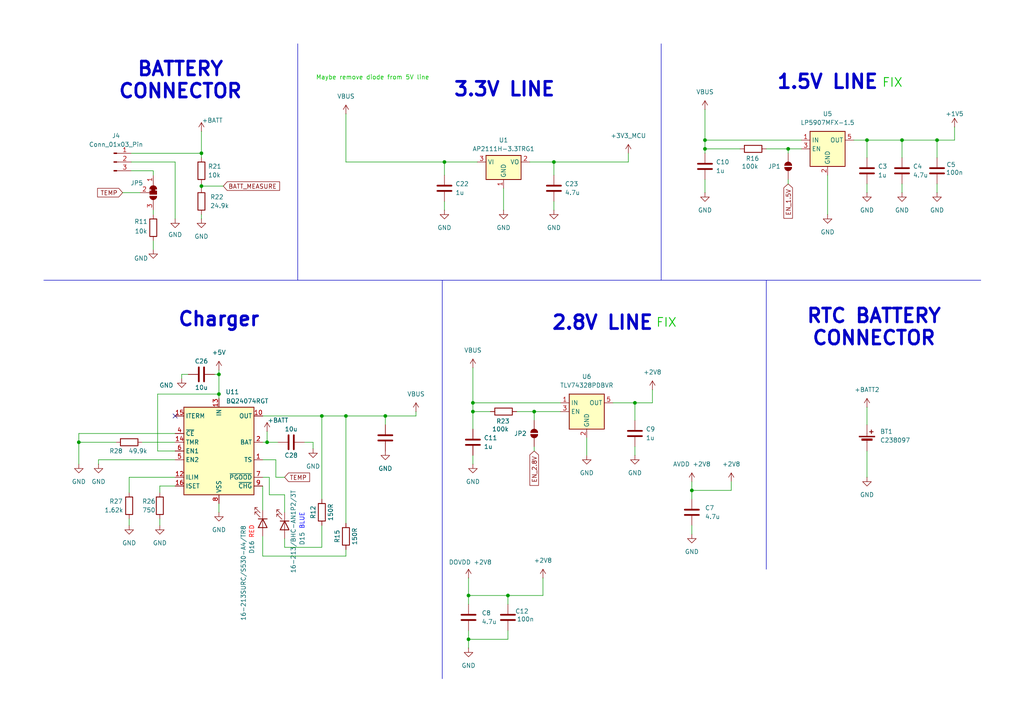
<source format=kicad_sch>
(kicad_sch (version 20250114) (generator "eeschema") (generator_version "9.0")
  (paper "A4")
  (lib_symbols
    (symbol "ARC_Components_Lib:+3V3_MCU" (power) (pin_names (offset 0))
      (property "Value" "+3V3_MCU" (at 0 3.556 0))
      (symbol "+3V3_MCU_0_1"
        (polyline (pts (xy -0.762 1.27) (xy 0 2.54)))
        (polyline (pts (xy 0 2.54) (xy 0.762 1.27)))
        (polyline (pts (xy 0 0) (xy 0 2.54)))
      )
      (symbol "+3V3_MCU_1_1"
        (pin power_in line (at 0 0 90) (length 0) (hide yes) (name "+3V3_MCU") (number "1"))
      )
    )
    (symbol "Battery_Management:BQ24074RGT"
      (property "Reference" "U" (at -8.89 13.97 0))
      (property "Value" "BQ24074RGT" (at 16.51 13.97 0))
      (symbol "BQ24074RGT_0_1"
        (rectangle (start -10.16 12.7) (end 10.16 -12.7) (stroke (width 0.254)) (fill (type background)))
      )
      (symbol "BQ24074RGT_1_1"
        (pin input line (at -12.7 10.16 0) (length 2.54) (name "ITERM") (number "15"))
        (pin input line (at -12.7 5.08 0) (length 2.54) (name "~{CE}") (number "4"))
        (pin input line (at -12.7 2.54 0) (length 2.54) (name "TMR") (number "14"))
        (pin input line (at -12.7 0 0) (length 2.54) (name "EN1") (number "6"))
        (pin input line (at -12.7 -2.54 0) (length 2.54) (name "EN2") (number "5"))
        (pin passive line (at -12.7 -7.62 0) (length 2.54) (name "ILIM") (number "12"))
        (pin passive line (at -12.7 -10.16 0) (length 2.54) (name "ISET") (number "16"))
        (pin power_in line (at 0 15.24 270) (length 2.54) (name "IN") (number "13"))
        (pin passive line (at 0 -15.24 90) (length 2.54) (hide yes) (name "VSS") (number "17"))
        (pin power_in line (at 0 -15.24 90) (length 2.54) (name "VSS") (number "8"))
        (pin power_out line (at 12.7 10.16 180) (length 2.54) (name "OUT") (number "10"))
        (pin passive line (at 12.7 10.16 180) (length 2.54) (hide yes) (name "OUT") (number "11"))
        (pin power_out line (at 12.7 2.54 180) (length 2.54) (name "BAT") (number "2"))
        (pin passive line (at 12.7 2.54 180) (length 2.54) (hide yes) (name "BAT") (number "3"))
        (pin passive line (at 12.7 -2.54 180) (length 2.54) (name "TS") (number "1"))
        (pin open_collector line (at 12.7 -7.62 180) (length 2.54) (name "~{PGOOD}") (number "7"))
        (pin open_collector line (at 12.7 -10.16 180) (length 2.54) (name "~{CHG}") (number "9"))
      )
    )
    (symbol "Connector:Conn_01x03_Pin" (pin_names (offset 1.016) (hide yes))
      (property "Reference" "J" (at 0 5.08 0))
      (property "Value" "Conn_01x03_Pin" (at 0 -5.08 0))
      (symbol "Conn_01x03_Pin_1_1"
        (rectangle (start 0.8636 2.667) (end 0 2.413) (stroke (width 0.1524)) (fill (type outline)))
        (rectangle (start 0.8636 0.127) (end 0 -0.127) (stroke (width 0.1524)) (fill (type outline)))
        (rectangle (start 0.8636 -2.413) (end 0 -2.667) (stroke (width 0.1524)) (fill (type outline)))
        (polyline (pts (xy 1.27 2.54) (xy 0.8636 2.54)) (stroke (width 0.1524)))
        (polyline (pts (xy 1.27 0) (xy 0.8636 0)) (stroke (width 0.1524)))
        (polyline (pts (xy 1.27 -2.54) (xy 0.8636 -2.54)) (stroke (width 0.1524)))
        (pin passive line (at 5.08 2.54 180) (length 3.81) (name "Pin_1") (number "1"))
        (pin passive line (at 5.08 0 180) (length 3.81) (name "Pin_2") (number "2"))
        (pin passive line (at 5.08 -2.54 180) (length 3.81) (name "Pin_3") (number "3"))
      )
    )
    (symbol "Device:Battery_Cell" (pin_numbers (hide yes)) (pin_names (offset 0) (hide yes))
      (property "Reference" "BT" (at 2.54 2.54 0))
      (property "Value" "Battery_Cell" (at 2.54 0 0))
      (symbol "Battery_Cell_0_1"
        (rectangle (start -2.286 1.778) (end 2.286 1.524) (fill (type outline)))
        (rectangle (start -1.524 1.016) (end 1.524 0.508) (fill (type outline)))
        (polyline (pts (xy 0 1.778) (xy 0 2.54)))
        (polyline (pts (xy 0 0.762) (xy 0 0)))
        (polyline (pts (xy 0.762 3.048) (xy 1.778 3.048)) (stroke (width 0.254)))
        (polyline (pts (xy 1.27 3.556) (xy 1.27 2.54)) (stroke (width 0.254)))
      )
      (symbol "Battery_Cell_1_1"
        (pin passive line (at 0 5.08 270) (length 2.54) (name "+") (number "1"))
        (pin passive line (at 0 -2.54 90) (length 2.54) (name "-") (number "2"))
      )
    )
    (symbol "Device:C" (pin_numbers (hide yes)) (pin_names (offset 0.254))
      (property "Reference" "C" (at 0.635 2.54 0))
      (property "Value" "C" (at 0.635 -2.54 0))
      (symbol "C_0_1"
        (polyline (pts (xy -2.032 0.762) (xy 2.032 0.762)) (stroke (width 0.508)))
        (polyline (pts (xy -2.032 -0.762) (xy 2.032 -0.762)) (stroke (width 0.508)))
      )
      (symbol "C_1_1"
        (pin passive line (at 0 3.81 270) (length 2.794) (name "~") (number "1"))
        (pin passive line (at 0 -3.81 90) (length 2.794) (name "~") (number "2"))
      )
    )
    (symbol "Device:LED" (pin_numbers (hide yes)) (pin_names (offset 1.016) (hide yes))
      (property "Reference" "D" (at 0 2.54 0))
      (property "Value" "LED" (at 0 -2.54 0))
      (symbol "LED_0_1"
        (polyline (pts (xy -3.048 -0.762) (xy -4.572 -2.286) (xy -3.81 -2.286) (xy -4.572 -2.286) (xy -4.572 -1.524)))
        (polyline (pts (xy -1.778 -0.762) (xy -3.302 -2.286) (xy -2.54 -2.286) (xy -3.302 -2.286) (xy -3.302 -1.524)))
        (polyline (pts (xy -1.27 0) (xy 1.27 0)))
        (polyline (pts (xy -1.27 -1.27) (xy -1.27 1.27)) (stroke (width 0.254)))
        (polyline (pts (xy 1.27 -1.27) (xy 1.27 1.27) (xy -1.27 0) (xy 1.27 -1.27)) (stroke (width 0.254)))
      )
      (symbol "LED_1_1"
        (pin passive line (at -3.81 0 0) (length 2.54) (name "K") (number "1"))
        (pin passive line (at 3.81 0 180) (length 2.54) (name "A") (number "2"))
      )
    )
    (symbol "Device:R" (pin_numbers (hide yes)) (pin_names (offset 0))
      (property "Reference" "R" (at 2.032 0 90))
      (property "Value" "R" (at 0 0 90))
      (symbol "R_0_1"
        (rectangle (start -1.016 -2.54) (end 1.016 2.54) (stroke (width 0.254)))
      )
      (symbol "R_1_1"
        (pin passive line (at 0 3.81 270) (length 1.27) (name "~") (number "1"))
        (pin passive line (at 0 -3.81 90) (length 1.27) (name "~") (number "2"))
      )
    )
    (symbol "Jumper:SolderJumper_2_Open" (pin_numbers (hide yes)) (pin_names (offset 0) (hide yes)) (in_bom no)
      (property "Reference" "JP" (at 0 2.032 0))
      (property "Value" "SolderJumper_2_Open" (at 0 -2.54 0))
      (symbol "SolderJumper_2_Open_0_1"
        (polyline (pts (xy -0.254 1.016) (xy -0.254 -1.016)))
        (arc (start -0.254 -1.016) (mid -1.2656 0) (end -0.254 1.016))
        (arc (start -0.254 -1.016) (mid -1.2656 0) (end -0.254 1.016) (fill (type outline)))
        (arc (start 0.254 1.016) (mid 1.2656 0) (end 0.254 -1.016))
        (arc (start 0.254 1.016) (mid 1.2656 0) (end 0.254 -1.016) (fill (type outline)))
        (polyline (pts (xy 0.254 1.016) (xy 0.254 -1.016)))
      )
      (symbol "SolderJumper_2_Open_1_1"
        (pin passive line (at -3.81 0 0) (length 2.54) (name "A") (number "1"))
        (pin passive line (at 3.81 0 180) (length 2.54) (name "B") (number "2"))
      )
    )
    (symbol "Jumper:SolderJumper_3_Bridged12" (pin_names (offset 0) (hide yes)) (in_bom no)
      (property "Reference" "JP" (at -2.54 -2.54 0))
      (property "Value" "SolderJumper_3_Bridged12" (at 0 2.794 0))
      (symbol "SolderJumper_3_Bridged12_0_1"
        (polyline (pts (xy -2.54 0) (xy -2.032 0)))
        (polyline (pts (xy -1.016 1.016) (xy -1.016 -1.016)))
        (rectangle (start -1.016 0.508) (end -0.508 -0.508) (fill (type outline)))
        (arc (start -1.016 -1.016) (mid -2.0276 0) (end -1.016 1.016))
        (arc (start -1.016 -1.016) (mid -2.0276 0) (end -1.016 1.016) (fill (type outline)))
        (rectangle (start -0.508 1.016) (end 0.508 -1.016) (fill (type outline)))
        (polyline (pts (xy 0 -1.27) (xy 0 -1.016)))
        (arc (start 1.016 1.016) (mid 2.0276 0) (end 1.016 -1.016))
        (arc (start 1.016 1.016) (mid 2.0276 0) (end 1.016 -1.016) (fill (type outline)))
        (polyline (pts (xy 1.016 1.016) (xy 1.016 -1.016)))
        (polyline (pts (xy 2.54 0) (xy 2.032 0)))
      )
      (symbol "SolderJumper_3_Bridged12_1_1"
        (pin passive line (at -5.08 0 0) (length 2.54) (name "A") (number "1"))
        (pin passive line (at 0 -3.81 90) (length 2.54) (name "C") (number "2"))
        (pin passive line (at 5.08 0 180) (length 2.54) (name "B") (number "3"))
      )
    )
    (symbol "Regulator_Linear:LD1117S33TR_SOT223"
      (property "Reference" "U" (at -3.81 3.175 0))
      (property "Value" "LD1117S33TR_SOT223" (at 0 3.175 0))
      (symbol "LD1117S33TR_SOT223_0_1"
        (rectangle (start -5.08 -5.08) (end 5.08 1.905) (stroke (width 0.254)) (fill (type background)))
      )
      (symbol "LD1117S33TR_SOT223_1_1"
        (pin power_in line (at -7.62 0 0) (length 2.54) (name "VI") (number "3"))
        (pin power_in line (at 0 -7.62 90) (length 2.54) (name "GND") (number "1"))
        (pin power_out line (at 7.62 0 180) (length 2.54) (name "VO") (number "2"))
      )
    )
    (symbol "Regulator_Linear:LP5907MFX-1.5"
      (property "Reference" "U" (at -3.81 6.35 0))
      (property "Value" "LP5907MFX-1.5" (at 6.35 6.35 0))
      (symbol "LP5907MFX-1.5_0_1"
        (rectangle (start -5.08 -5.08) (end 5.08 5.08) (stroke (width 0.254)) (fill (type background)))
        (pin power_in line (at -7.62 2.54 0) (length 2.54) (name "IN") (number "1"))
        (pin input line (at -7.62 0 0) (length 2.54) (name "EN") (number "3"))
        (pin power_in line (at 0 -7.62 90) (length 2.54) (name "GND") (number "2"))
        (pin no_connect line (at 5.08 0 180) (length 2.54) (hide yes) (name "NC") (number "4"))
        (pin power_out line (at 7.62 2.54 180) (length 2.54) (name "OUT") (number "5"))
      )
    )
    (symbol "power:+1V5" (power) (pin_numbers (hide yes)) (pin_names (offset 0) (hide yes))
      (property "Value" "+1V5" (at 0 3.556 0))
      (symbol "+1V5_0_1"
        (polyline (pts (xy -0.762 1.27) (xy 0 2.54)))
        (polyline (pts (xy 0 2.54) (xy 0.762 1.27)))
        (polyline (pts (xy 0 0) (xy 0 2.54)))
      )
      (symbol "+1V5_1_1"
        (pin power_in line (at 0 0 90) (length 0) (name "~") (number "1"))
      )
    )
    (symbol "power:+2V8" (power) (pin_numbers (hide yes)) (pin_names (offset 0) (hide yes))
      (property "Value" "+2V8" (at 0 3.556 0))
      (symbol "+2V8_0_1"
        (polyline (pts (xy -0.762 1.27) (xy 0 2.54)))
        (polyline (pts (xy 0 2.54) (xy 0.762 1.27)))
        (polyline (pts (xy 0 0) (xy 0 2.54)))
      )
      (symbol "+2V8_1_1"
        (pin power_in line (at 0 0 90) (length 0) (name "~") (number "1"))
      )
    )
    (symbol "power:+5V" (power) (pin_names (offset 0))
      (property "Value" "+5V" (at 0 3.556 0))
      (symbol "+5V_0_1"
        (polyline (pts (xy -0.762 1.27) (xy 0 2.54)))
        (polyline (pts (xy 0 2.54) (xy 0.762 1.27)))
        (polyline (pts (xy 0 0) (xy 0 2.54)))
      )
      (symbol "+5V_1_1"
        (pin power_in line (at 0 0 90) (length 0) (hide yes) (name "+5V") (number "1"))
      )
    )
    (symbol "power:+BATT" (power) (pin_numbers (hide yes)) (pin_names (offset 0) (hide yes))
      (property "Value" "+BATT" (at 0 3.556 0))
      (symbol "+BATT_0_1"
        (polyline (pts (xy -0.762 1.27) (xy 0 2.54)))
        (polyline (pts (xy 0 2.54) (xy 0.762 1.27)))
        (polyline (pts (xy 0 0) (xy 0 2.54)))
      )
      (symbol "+BATT_1_1"
        (pin power_in line (at 0 0 90) (length 0) (name "~") (number "1"))
      )
    )
    (symbol "power:GND" (power) (pin_numbers (hide yes)) (pin_names (offset 0) (hide yes))
      (property "Value" "GND" (at 0 -3.81 0))
      (symbol "GND_0_1"
        (polyline (pts (xy 0 0) (xy 0 -1.27) (xy 1.27 -1.27) (xy 0 -2.54) (xy -1.27 -1.27) (xy 0 -1.27)))
      )
      (symbol "GND_1_1"
        (pin power_in line (at 0 0 270) (length 0) (name "~") (number "1"))
      )
    )
    (symbol "power:VBUS" (power) (pin_numbers (hide yes)) (pin_names (offset 0) (hide yes))
      (property "Value" "VBUS" (at 0 3.556 0))
      (symbol "VBUS_0_1"
        (polyline (pts (xy -0.762 1.27) (xy 0 2.54)))
        (polyline (pts (xy 0 2.54) (xy 0.762 1.27)))
        (polyline (pts (xy 0 0) (xy 0 2.54)))
      )
      (symbol "VBUS_1_1"
        (pin power_in line (at 0 0 90) (length 0) (name "~") (number "1"))
      )
    )
  )
  (text "RTC BATTERY\nCONNECTOR" (at 253.492 94.996 0) (effects (font (size 3.9878 3.9878) (thickness 0.7976) (bold yes))))
  (text "FIX" (at 258.826 24.13 0) (effects (font (size 2.54 2.54) (thickness 0.254) (bold yes))))
  (text "2.8V LINE" (at 174.752 93.726 0) (effects (font (size 3.9878 3.9878) (thickness 0.7976) (bold yes))))
  (text "Charger\n" (at 63.5 92.71 0) (effects (font (size 3.9878 3.9878) (thickness 0.7976) (bold yes))))
  (text "Maybe remove diode from 5V line" (at 108.077 22.606 0) (effects (font (size 1.27 1.27))))
  (text "3.3V LINE" (at 146.304 26.035 0) (effects (font (size 3.9878 3.9878) (thickness 0.7976) (bold yes))))
  (text "BATTERY\nCONNECTOR" (at 52.324 23.368 0) (effects (font (size 3.9878 3.9878) (thickness 0.7976) (bold yes))))
  (text "BLUE" (at 87.63 151.13 90) (effects (font (size 1.27 1.27))))
  (text "FIX" (at 193.294 93.726 0) (effects (font (size 2.54 2.54) (thickness 0.254) (bold yes))))
  (text "1.5V LINE" (at 240.03 23.876 0) (effects (font (size 3.9878 3.9878) (thickness 0.7976) (bold yes))))
  (text "RED\n" (at 73.025 154.305 90) (effects (font (size 1.27 1.27))))
  (junction (at 200.66 142.24))
  (junction (at 58.42 53.975))
  (junction (at 111.76 120.65))
  (junction (at 228.6 43.18))
  (junction (at 63.5 108.585))
  (junction (at 184.15 116.84))
  (junction (at 135.89 185.42))
  (junction (at 22.86 128.27))
  (junction (at 77.47 128.27))
  (junction (at 261.62 40.64))
  (junction (at 137.16 116.84))
  (junction (at 137.16 119.38))
  (junction (at 251.46 40.64))
  (junction (at 63.5 114.3))
  (junction (at 128.905 46.99))
  (junction (at 93.345 120.65))
  (junction (at 204.47 40.64))
  (junction (at 147.32 172.72))
  (junction (at 100.33 120.65))
  (junction (at 154.94 119.38))
  (junction (at 271.78 40.64))
  (junction (at 58.42 44.45))
  (junction (at 135.89 172.72))
  (junction (at 160.655 46.99))
  (junction (at 204.47 43.18))
  (no_connect (at 50.8 120.65))
  (wire (pts (xy 37.465 142.875) (xy 37.465 138.43)))
  (wire (pts (xy 137.16 132.08) (xy 137.16 134.62)))
  (wire (pts (xy 135.89 172.72) (xy 147.32 172.72)))
  (wire (pts (xy 137.16 106.68) (xy 137.16 116.84)))
  (wire (pts (xy 204.47 31.75) (xy 204.47 40.64)))
  (wire (pts (xy 189.23 116.84) (xy 184.15 116.84)))
  (wire (pts (xy 251.46 118.11) (xy 251.46 123.19)))
  (wire (pts (xy 184.15 129.54) (xy 184.15 132.08)))
  (wire (pts (xy 200.66 139.7) (xy 200.66 142.24)))
  (wire (pts (xy 146.05 60.96) (xy 146.05 54.61)))
  (wire (pts (xy 44.45 49.53) (xy 44.45 50.8)))
  (wire (pts (xy 45.72 130.81) (xy 45.72 114.3)))
  (wire (pts (xy 28.575 134.62) (xy 28.575 133.35)))
  (wire (pts (xy 149.86 119.38) (xy 154.94 119.38)))
  (wire (pts (xy 22.86 125.73) (xy 22.86 128.27)))
  (wire (pts (xy 154.94 119.38) (xy 162.56 119.38)))
  (wire (pts (xy 200.66 142.24) (xy 200.66 144.78)))
  (wire (pts (xy 154.94 119.38) (xy 154.94 121.92)))
  (wire (pts (xy 128.905 60.96) (xy 128.905 58.42)))
  (wire (pts (xy 38.1 46.99) (xy 50.8 46.99)))
  (wire (pts (xy 28.575 133.35) (xy 50.8 133.35)))
  (wire (pts (xy 82.55 158.75) (xy 93.345 158.75)))
  (wire (pts (xy 78.105 138.43) (xy 76.2 138.43)))
  (wire (pts (xy 44.45 62.23) (xy 44.45 60.96)))
  (wire (pts (xy 276.86 36.83) (xy 276.86 40.64)))
  (wire (pts (xy 228.6 52.07) (xy 228.6 53.34)))
  (wire (pts (xy 184.15 116.84) (xy 184.15 121.92)))
  (wire (pts (xy 204.47 40.64) (xy 204.47 43.18)))
  (wire (pts (xy 147.32 172.72) (xy 157.48 172.72)))
  (wire (pts (xy 128.905 46.99) (xy 128.905 50.8)))
  (wire (pts (xy 261.62 53.34) (xy 261.62 55.88)))
  (wire (pts (xy 76.2 120.65) (xy 93.345 120.65)))
  (wire (pts (xy 160.655 46.99) (xy 182.245 46.99)))
  (wire (pts (xy 111.76 120.65) (xy 111.76 123.19)))
  (wire (pts (xy 46.355 140.97) (xy 50.8 140.97)))
  (wire (pts (xy 137.16 116.84) (xy 162.56 116.84)))
  (wire (pts (xy 45.72 114.3) (xy 63.5 114.3)))
  (wire (pts (xy 189.23 113.03) (xy 189.23 116.84)))
  (wire (pts (xy 135.89 182.88) (xy 135.89 185.42)))
  (wire (pts (xy 153.67 46.99) (xy 160.655 46.99)))
  (wire (pts (xy 76.2 155.575) (xy 76.2 161.29)))
  (wire (pts (xy 78.105 143.51) (xy 82.55 143.51)))
  (wire (pts (xy 82.55 143.51) (xy 82.55 148.59)))
  (wire (pts (xy 251.46 53.34) (xy 251.46 55.88)))
  (wire (pts (xy 63.5 146.05) (xy 63.5 148.59)))
  (wire (pts (xy 154.94 129.54) (xy 154.94 130.81)))
  (wire (pts (xy 93.345 120.65) (xy 100.33 120.65)))
  (wire (pts (xy 137.16 119.38) (xy 137.16 124.46)))
  (wire (pts (xy 80.01 138.43) (xy 82.55 138.43)))
  (wire (pts (xy 137.16 116.84) (xy 137.16 119.38)))
  (wire (pts (xy 204.47 43.18) (xy 214.63 43.18)))
  (wire (pts (xy 63.5 108.585) (xy 63.5 114.3)))
  (wire (pts (xy 147.32 182.88) (xy 147.32 185.42)))
  (wire (pts (xy 82.55 158.75) (xy 82.55 156.21)))
  (wire (pts (xy 147.32 185.42) (xy 135.89 185.42)))
  (wire (pts (xy 120.65 120.65) (xy 120.65 119.38)))
  (wire (pts (xy 200.66 152.4) (xy 200.66 154.94)))
  (wire (pts (xy 58.42 45.72) (xy 58.42 44.45)))
  (wire (pts (xy 63.5 114.3) (xy 63.5 115.57)))
  (wire (pts (xy 170.18 127) (xy 170.18 132.08)))
  (polyline (pts (xy 222.25 81.28) (xy 222.25 165.1)))
  (wire (pts (xy 200.66 142.24) (xy 212.09 142.24)))
  (wire (pts (xy 204.47 40.64) (xy 232.41 40.64)))
  (wire (pts (xy 77.47 125.095) (xy 77.47 128.27)))
  (wire (pts (xy 46.355 152.4) (xy 46.355 150.495)))
  (wire (pts (xy 135.89 167.64) (xy 135.89 172.72)))
  (wire (pts (xy 50.8 46.99) (xy 50.8 63.5)))
  (wire (pts (xy 251.46 45.72) (xy 251.46 40.64)))
  (wire (pts (xy 37.465 152.4) (xy 37.465 150.495)))
  (wire (pts (xy 40.64 55.88) (xy 35.56 55.88)))
  (wire (pts (xy 240.03 50.8) (xy 240.03 62.23)))
  (wire (pts (xy 22.86 128.27) (xy 33.655 128.27)))
  (wire (pts (xy 38.1 49.53) (xy 44.45 49.53)))
  (wire (pts (xy 100.33 46.99) (xy 128.905 46.99)))
  (wire (pts (xy 100.33 151.765) (xy 100.33 120.65)))
  (wire (pts (xy 76.2 161.29) (xy 100.33 161.29)))
  (wire (pts (xy 52.705 108.585) (xy 54.61 108.585)))
  (wire (pts (xy 22.86 128.27) (xy 22.86 134.62)))
  (wire (pts (xy 37.465 138.43) (xy 50.8 138.43)))
  (wire (pts (xy 182.245 46.99) (xy 182.245 44.45)))
  (wire (pts (xy 160.655 60.96) (xy 160.655 58.42)))
  (wire (pts (xy 41.275 128.27) (xy 50.8 128.27)))
  (wire (pts (xy 76.2 140.97) (xy 76.2 147.955)))
  (polyline (pts (xy 86.36 12.7) (xy 86.36 81.28)))
  (wire (pts (xy 251.46 130.81) (xy 251.46 138.43)))
  (wire (pts (xy 77.47 128.27) (xy 80.645 128.27)))
  (wire (pts (xy 77.47 128.27) (xy 76.2 128.27)))
  (wire (pts (xy 157.48 167.64) (xy 157.48 172.72)))
  (wire (pts (xy 147.32 172.72) (xy 147.32 175.26)))
  (wire (pts (xy 78.105 143.51) (xy 78.105 138.43)))
  (wire (pts (xy 38.1 44.45) (xy 58.42 44.45)))
  (wire (pts (xy 261.62 45.72) (xy 261.62 40.64)))
  (wire (pts (xy 212.09 142.24) (xy 212.09 139.7)))
  (wire (pts (xy 177.8 116.84) (xy 184.15 116.84)))
  (wire (pts (xy 50.8 125.73) (xy 22.86 125.73)))
  (wire (pts (xy 58.42 53.975) (xy 64.77 53.975)))
  (wire (pts (xy 52.705 108.585) (xy 52.705 109.855)))
  (wire (pts (xy 46.355 142.875) (xy 46.355 140.97)))
  (polyline (pts (xy 128.27 81.28) (xy 128.27 196.85)))
  (wire (pts (xy 261.62 40.64) (xy 271.78 40.64)))
  (wire (pts (xy 228.6 43.18) (xy 228.6 44.45)))
  (wire (pts (xy 58.42 44.45) (xy 58.42 38.1)))
  (wire (pts (xy 137.16 119.38) (xy 142.24 119.38)))
  (wire (pts (xy 135.89 172.72) (xy 135.89 175.26)))
  (wire (pts (xy 100.33 33.02) (xy 100.33 46.99)))
  (wire (pts (xy 222.25 43.18) (xy 228.6 43.18)))
  (wire (pts (xy 204.47 43.18) (xy 204.47 44.45)))
  (wire (pts (xy 93.345 120.65) (xy 93.345 144.78)))
  (wire (pts (xy 271.78 40.64) (xy 276.86 40.64)))
  (wire (pts (xy 88.265 128.27) (xy 90.805 128.27)))
  (wire (pts (xy 251.46 40.64) (xy 261.62 40.64)))
  (wire (pts (xy 100.33 161.29) (xy 100.33 159.385)))
  (wire (pts (xy 80.01 133.35) (xy 80.01 138.43)))
  (wire (pts (xy 204.47 52.07) (xy 204.47 55.88)))
  (polyline (pts (xy 191.77 12.7) (xy 191.77 81.28)))
  (wire (pts (xy 58.42 62.23) (xy 58.42 63.5)))
  (wire (pts (xy 58.42 53.975) (xy 58.42 54.61)))
  (wire (pts (xy 271.78 40.64) (xy 271.78 45.72)))
  (wire (pts (xy 76.2 133.35) (xy 80.01 133.35)))
  (polyline (pts (xy 12.7 81.28) (xy 284.48 81.28)))
  (wire (pts (xy 271.78 53.34) (xy 271.78 55.88)))
  (wire (pts (xy 50.8 130.81) (xy 45.72 130.81)))
  (wire (pts (xy 247.65 40.64) (xy 251.46 40.64)))
  (wire (pts (xy 93.345 152.4) (xy 93.345 158.75)))
  (wire (pts (xy 160.655 46.99) (xy 160.655 50.8)))
  (wire (pts (xy 58.42 53.34) (xy 58.42 53.975)))
  (wire (pts (xy 111.76 120.65) (xy 120.65 120.65)))
  (wire (pts (xy 62.23 108.585) (xy 63.5 108.585)))
  (wire (pts (xy 135.89 185.42) (xy 135.89 187.96)))
  (wire (pts (xy 44.45 69.85) (xy 44.45 72.39)))
  (wire (pts (xy 100.33 120.65) (xy 111.76 120.65)))
  (wire (pts (xy 138.43 46.99) (xy 128.905 46.99)))
  (wire (pts (xy 228.6 43.18) (xy 232.41 43.18)))
  (wire (pts (xy 90.805 128.27) (xy 90.805 130.175)))
  (wire (pts (xy 63.5 107.315) (xy 63.5 108.585)))
  (global_label "EN_2.8V" (shape input) (at 154.94 130.81 270) (property "Intersheetrefs" "${INTERSHEET_REFS}" (effects (hide yes))))
  (global_label "BATT_MEASURE" (shape input) (at 64.77 53.975 0) (property "Intersheetrefs" "${INTERSHEET_REFS}" (effects (hide yes))))
  (global_label "EN_1.5V" (shape input) (at 228.6 53.34 270) (property "Intersheetrefs" "${INTERSHEET_REFS}" (effects (hide yes))))
  (global_label "TEMP" (shape input) (at 82.55 138.43 0) (property "Intersheetrefs" "${INTERSHEET_REFS}" (effects (hide yes))))
  (global_label "TEMP" (shape input) (at 35.56 55.88 180) (property "Intersheetrefs" "${INTERSHEET_REFS}" (effects (hide yes))))
  (symbol (lib_id "power:+2V8") (at 157.48 167.64 0) (unit 1)
    (property "Reference" "#PWR044" (effects (hide yes)))
    (property "Value" "+2V8" (at 157.48 162.56 0))
    (property "Description" "Power symbol creates a global label with name \"+2V8\"" (effects (hide yes)))
  )
  (symbol (lib_id "power:GND") (at 137.16 134.62 0) (unit 1)
    (property "Reference" "#PWR040" (effects (hide yes)))
    (property "Value" "GND" (at 137.16 139.7 0))
    (property "Description" "Power symbol creates a global label with name \"GND\" , ground" (effects (hide yes)))
  )
  (symbol (lib_id "power:GND") (at 200.66 154.94 0) (unit 1)
    (property "Reference" "#PWR042" (effects (hide yes)))
    (property "Value" "GND" (at 200.66 160.02 0))
    (property "Description" "Power symbol creates a global label with name \"GND\" , ground" (effects (hide yes)))
  )
  (symbol (lib_id "Device:C") (at 137.16 128.27 0) (unit 1)
    (property "Reference" "C11" (at 140.335 126.9999 0) (effects (justify left)))
    (property "Value" "1u" (at 140.335 129.5399 0) (effects (justify left)))
    (property "Footprint" "Capacitor_SMD:C_0402_1005Metric" (effects (hide yes)))
    (property "Description" "Unpolarized capacitor" (effects (hide yes)))
  )
  (symbol (lib_id "power:VBUS") (at 120.65 119.38 0) (unit 1)
    (property "Reference" "#PWR096" (effects (hide yes)))
    (property "Value" "VBUS" (at 120.65 114.3 0))
    (property "Description" "Power symbol creates a global label with name \"VBUS\"" (effects (hide yes)))
  )
  (symbol (lib_id "power:GND") (at 204.47 55.88 0) (unit 1)
    (property "Reference" "#PWR039" (effects (hide yes)))
    (property "Value" "GND" (at 204.47 60.96 0))
    (property "Description" "Power symbol creates a global label with name \"GND\" , ground" (effects (hide yes)))
  )
  (symbol (lib_id "power:GND") (at 63.5 148.59 0) (unit 1)
    (property "Reference" "#PWR093" (effects (hide yes)))
    (property "Value" "GND" (at 63.5 153.67 0))
    (property "Description" "Power symbol creates a global label with name \"GND\" , ground" (effects (hide yes)))
  )
  (symbol (lib_id "Device:R") (at 58.42 49.53 0) (unit 1)
    (property "Reference" "R21" (at 60.325 48.2599 0) (effects (justify left)))
    (property "Value" "10k" (at 60.325 50.7999 0) (effects (justify left)))
    (property "Footprint" "Resistor_SMD:R_0402_1005Metric" (effects (hide yes)))
    (property "Description" "Resistor" (effects (hide yes)))
  )
  (symbol (lib_id "power:GND") (at 50.8 63.5 0) (unit 1)
    (property "Reference" "#PWR013" (effects (hide yes)))
    (property "Value" "GND" (at 50.8 68.072 0))
    (property "Description" "Power symbol creates a global label with name \"GND\" , ground" (effects (hide yes)))
  )
  (symbol (lib_id "Device:R") (at 100.33 155.575 0) (unit 1)
    (property "Reference" "R15" (at 97.79 155.575 90))
    (property "Value" "150R" (at 102.87 155.575 90))
    (property "Footprint" "Resistor_SMD:R_0402_1005Metric" (effects (hide yes)))
    (property "Description" "Resistor" (effects (hide yes)))
  )
  (symbol (lib_id "Device:C") (at 111.76 127 0) (unit 1)
    (property "Reference" "C27" (effects (hide yes)))
    (property "Value" "10u" (effects (hide yes)))
    (property "Footprint" "Capacitor_SMD:C_1210_3225Metric_Pad1.33x2.70mm_HandSolder" (effects (hide yes)))
    (property "Description" "Unpolarized capacitor" (effects (hide yes)))
  )
  (symbol (lib_id "Device:C") (at 261.62 49.53 0) (unit 1)
    (property "Reference" "C4" (at 264.795 48.2599 0) (effects (justify left)))
    (property "Value" "4.7u" (at 264.795 50.7999 0) (effects (justify left)))
    (property "Footprint" "Capacitor_SMD:C_0402_1005Metric" (effects (hide yes)))
    (property "Description" "Unpolarized capacitor" (effects (hide yes)))
  )
  (symbol (lib_id "power:+2V8") (at 189.23 113.03 0) (unit 1)
    (property "Reference" "#PWR033" (effects (hide yes)))
    (property "Value" "+2V8" (at 189.23 107.95 0))
    (property "Description" "Power symbol creates a global label with name \"+2V8\"" (effects (hide yes)))
  )
  (symbol (lib_id "power:+BATT") (at 251.46 118.11 0) (unit 1)
    (property "Reference" "#PWR029" (effects (hide yes)))
    (property "Value" "+BATT2" (at 251.46 113.03 0))
    (property "Description" "Power symbol creates a global label with name \"+BATT\"" (effects (hide yes)))
  )
  (symbol (lib_id "power:GND") (at 22.86 134.62 0) (unit 1)
    (property "Reference" "#PWR0102" (effects (hide yes)))
    (property "Value" "GND" (at 22.86 139.7 0))
    (property "Description" "Power symbol creates a global label with name \"GND\" , ground" (effects (hide yes)))
  )
  (symbol (lib_id "power:GND") (at 271.78 55.88 0) (unit 1)
    (property "Reference" "#PWR014" (effects (hide yes)))
    (property "Value" "GND" (at 271.78 60.96 0))
    (property "Description" "Power symbol creates a global label with name \"GND\" , ground" (effects (hide yes)))
  )
  (symbol (lib_id "power:GND") (at 28.575 134.62 0) (unit 1)
    (property "Reference" "#PWR0101" (effects (hide yes)))
    (property "Value" "GND" (at 28.575 139.7 0))
    (property "Description" "Power symbol creates a global label with name \"GND\" , ground" (effects (hide yes)))
  )
  (symbol (lib_id "power:+2V8") (at 200.66 139.7 0) (unit 1)
    (property "Reference" "#PWR034" (effects (hide yes)))
    (property "Value" "AVDD +2V8" (at 200.66 134.62 0))
    (property "Description" "Power symbol creates a global label with name \"+2V8\"" (effects (hide yes)))
  )
  (symbol (lib_id "Regulator_Linear:LP5907MFX-1.5") (at 240.03 43.18 0) (unit 1)
    (property "Reference" "U5" (at 240.03 33.02 0))
    (property "Value" "LP5907MFX-1.5" (at 240.03 35.56 0))
    (property "Footprint" "Package_TO_SOT_SMD:SOT-23-5" (effects (hide yes)))
    (property "Datasheet" "http://www.ti.com/lit/ds/symlink/lp5907.pdf" (effects (hide yes)))
    (property "Description" "250-mA Ultra-Low-Noise Low-IQ LDO, 1.5V, SOT-23" (effects (hide yes)))
  )
  (symbol (lib_id "Device:R") (at 37.465 146.685 180) (unit 1)
    (property "Reference" "R27" (at 33.655 145.415 0))
    (property "Value" "1.62k" (at 33.02 147.955 0))
    (property "Footprint" "Resistor_SMD:R_0402_1005Metric" (effects (hide yes)))
    (property "Description" "Resistor" (effects (hide yes)))
  )
  (symbol (lib_id "power:GND") (at 251.46 138.43 0) (unit 1)
    (property "Reference" "#PWR030" (effects (hide yes)))
    (property "Value" "GND" (at 251.46 143.51 0))
    (property "Description" "Power symbol creates a global label with name \"GND\" , ground" (effects (hide yes)))
  )
  (symbol (lib_id "power:GND") (at 90.805 130.175 0) (unit 1)
    (property "Reference" "#PWR0100" (effects (hide yes)))
    (property "Value" "GND" (at 90.805 135.255 0))
    (property "Description" "Power symbol creates a global label with name \"GND\" , ground" (effects (hide yes)))
  )
  (symbol (lib_id "Regulator_Linear:LD1117S33TR_SOT223") (at 146.05 46.99 0) (unit 1)
    (property "Reference" "U1" (at 146.05 40.64 0))
    (property "Value" "AP2111H-3.3TRG1" (at 146.05 43.18 0))
    (property "Footprint" "Package_TO_SOT_SMD:SOT-223" (effects (hide yes)))
    (property "Datasheet" "http://www.st.com/st-web-ui/static/active/en/resource/technical/document/datasheet/CD00000544.pdf" (effects (hide yes)))
    (property "Description" "800mA Fixed Low Drop Positive Voltage Regulator, Fixed Output 3.3V, SOT-223" (effects (hide yes)))
  )
  (symbol (lib_id "Jumper:SolderJumper_2_Open") (at 228.6 48.26 90) (unit 1) (in_bom no)
    (property "Reference" "JP1" (at 222.758 48.26 90) (effects (justify right)))
    (property "Value" "SolderJumper_2_Open" (effects (hide yes)))
    (property "Footprint" "Jumper:SolderJumper-2_P1.3mm_Open_RoundedPad1.0x1.5mm" (effects (hide yes)))
    (property "Description" "Solder Jumper, 2-pole, open" (effects (hide yes)))
  )
  (symbol (lib_id "power:GND") (at 160.655 60.96 0) (unit 1)
    (property "Reference" "#PWR080" (effects (hide yes)))
    (property "Value" "GND" (at 160.655 66.04 0))
    (property "Description" "Power symbol creates a global label with name \"GND\" , ground" (effects (hide yes)))
  )
  (symbol (lib_id "power:VBUS") (at 100.33 33.02 0) (unit 1)
    (property "Reference" "#PWR097" (effects (hide yes)))
    (property "Value" "VBUS" (at 100.33 27.94 0))
    (property "Description" "Power symbol creates a global label with name \"VBUS\"" (effects (hide yes)))
  )
  (symbol (lib_id "power:GND") (at 251.46 55.88 0) (unit 1)
    (property "Reference" "#PWR016" (effects (hide yes)))
    (property "Value" "GND" (at 251.46 60.96 0))
    (property "Description" "Power symbol creates a global label with name \"GND\" , ground" (effects (hide yes)))
  )
  (symbol (lib_id "power:+5V") (at 63.5 107.315 0) (unit 1)
    (property "Reference" "#PWR047" (effects (hide yes)))
    (property "Value" "+5V" (at 63.5 102.235 0))
  )
  (symbol (lib_id "power:GND") (at 146.05 60.96 0) (unit 1)
    (property "Reference" "#PWR049" (effects (hide yes)))
    (property "Value" "GND" (at 146.05 66.04 0))
    (property "Description" "Power symbol creates a global label with name \"GND\" , ground" (effects (hide yes)))
  )
  (symbol (lib_id "Device:C") (at 204.47 48.26 0) (unit 1)
    (property "Reference" "C10" (at 207.645 46.9899 0) (effects (justify left)))
    (property "Value" "1u" (at 207.645 49.5299 0) (effects (justify left)))
    (property "Footprint" "Capacitor_SMD:C_0402_1005Metric" (effects (hide yes)))
    (property "Description" "Unpolarized capacitor" (effects (hide yes)))
  )
  (symbol (lib_id "power:GND") (at 261.62 55.88 0) (unit 1)
    (property "Reference" "#PWR015" (effects (hide yes)))
    (property "Value" "GND" (at 261.62 60.96 0))
    (property "Description" "Power symbol creates a global label with name \"GND\" , ground" (effects (hide yes)))
  )
  (symbol (lib_id "power:GND") (at 111.76 130.81 0) (unit 1)
    (property "Reference" "#PWR099" (effects (hide yes)))
    (property "Value" "GND" (at 111.76 135.89 0))
    (property "Description" "Power symbol creates a global label with name \"GND\" , ground" (effects (hide yes)))
  )
  (symbol (lib_id "power:GND") (at 44.45 72.39 0) (unit 1)
    (property "Reference" "#PWR046" (effects (hide yes)))
    (property "Value" "GND" (at 38.862 74.93 0) (effects (justify left)))
    (property "Description" "Power symbol creates a global label with name \"GND\" , ground" (effects (hide yes)))
  )
  (symbol (lib_id "power:GND") (at 58.42 63.5 0) (unit 1)
    (property "Reference" "#PWR028" (effects (hide yes)))
    (property "Value" "GND" (at 58.42 68.58 0))
    (property "Description" "Power symbol creates a global label with name \"GND\" , ground" (effects (hide yes)))
  )
  (symbol (lib_id "Connector:Conn_01x03_Pin") (at 33.02 46.99 0) (unit 1)
    (property "Reference" "J4" (at 33.655 39.37 0))
    (property "Value" "Conn_01x03_Pin" (at 33.655 41.91 0))
    (property "Footprint" "Connector_JST:JST_SH_SM03B-SRSS-TB_1x03-1MP_P1.00mm_Horizontal" (effects (hide yes)))
    (property "Description" "Generic connector, single row, 01x03, script generated" (effects (hide yes)))
  )
  (symbol (lib_id "power:GND") (at 37.465 152.4 0) (unit 1)
    (property "Reference" "#PWR0103" (effects (hide yes)))
    (property "Value" "GND" (at 37.465 157.48 0))
    (property "Description" "Power symbol creates a global label with name \"GND\" , ground" (effects (hide yes)))
  )
  (symbol (lib_id "power:GND") (at 128.905 60.96 0) (unit 1)
    (property "Reference" "#PWR051" (effects (hide yes)))
    (property "Value" "GND" (at 128.905 66.04 0))
    (property "Description" "Power symbol creates a global label with name \"GND\" , ground" (effects (hide yes)))
  )
  (symbol (lib_id "power:+2V8") (at 135.89 167.64 0) (unit 1)
    (property "Reference" "#PWR035" (effects (hide yes)))
    (property "Value" "DOVDD +2V8" (at 136.398 163.068 0))
    (property "Description" "Power symbol creates a global label with name \"+2V8\"" (effects (hide yes)))
  )
  (symbol (lib_id "power:+2V8") (at 212.09 139.7 0) (unit 1)
    (property "Reference" "#PWR041" (effects (hide yes)))
    (property "Value" "+2V8" (at 212.09 134.62 0))
    (property "Description" "Power symbol creates a global label with name \"+2V8\"" (effects (hide yes)))
  )
  (symbol (lib_id "Regulator_Linear:LP5907MFX-1.5") (at 170.18 119.38 0) (unit 1)
    (property "Reference" "U6" (at 170.18 109.22 0))
    (property "Value" "TLV74328PDBVR" (at 170.18 111.76 0))
    (property "Footprint" "Package_TO_SOT_SMD:SOT-23-5" (effects (hide yes)))
    (property "Datasheet" "http://www.ti.com/lit/ds/symlink/lp5907.pdf" (effects (hide yes)))
    (property "Description" "250-mA Ultra-Low-Noise Low-IQ LDO, 1.5V, SOT-23" (effects (hide yes)))
  )
  (symbol (lib_id "Device:R") (at 93.345 148.59 0) (unit 1)
    (property "Reference" "R12" (at 90.805 148.59 90))
    (property "Value" "150R" (at 95.885 148.59 90))
    (property "Footprint" "Resistor_SMD:R_0402_1005Metric" (effects (hide yes)))
    (property "Description" "Resistor" (effects (hide yes)))
  )
  (symbol (lib_id "Device:R") (at 58.42 58.42 0) (unit 1)
    (property "Reference" "R22" (at 60.96 57.1499 0) (effects (justify left)))
    (property "Value" "24.9k" (at 60.96 59.6899 0) (effects (justify left)))
    (property "Footprint" "Resistor_SMD:R_0402_1005Metric" (effects (hide yes)))
    (property "Description" "Resistor" (effects (hide yes)))
  )
  (symbol (lib_id "Device:C") (at 251.46 49.53 0) (unit 1)
    (property "Reference" "C3" (at 254.635 48.2599 0) (effects (justify left)))
    (property "Value" "1u" (at 254.635 50.7999 0) (effects (justify left)))
    (property "Footprint" "Capacitor_SMD:C_0402_1005Metric" (effects (hide yes)))
    (property "Description" "Unpolarized capacitor" (effects (hide yes)))
  )
  (symbol (lib_id "Device:R") (at 46.355 146.685 180) (unit 1)
    (property "Reference" "R26" (at 43.18 145.415 0))
    (property "Value" "750" (at 43.18 147.955 0))
    (property "Footprint" "Resistor_SMD:R_0402_1005Metric" (effects (hide yes)))
    (property "Description" "Resistor" (effects (hide yes)))
  )
  (symbol (lib_id "Jumper:SolderJumper_2_Open") (at 154.94 125.73 90) (unit 1) (in_bom no)
    (property "Reference" "JP2" (at 149.098 125.73 90) (effects (justify right)))
    (property "Value" "SolderJumper_2_Open" (effects (hide yes)))
    (property "Footprint" "Jumper:SolderJumper-2_P1.3mm_Open_RoundedPad1.0x1.5mm" (effects (hide yes)))
    (property "Description" "Solder Jumper, 2-pole, open" (effects (hide yes)))
  )
  (symbol (lib_id "Device:C") (at 160.655 54.61 0) (unit 1)
    (property "Reference" "C23" (at 163.83 53.3399 0) (effects (justify left)))
    (property "Value" "4.7u" (at 163.83 55.8799 0) (effects (justify left)))
    (property "Footprint" "Capacitor_SMD:C_0402_1005Metric" (effects (hide yes)))
    (property "Description" "Unpolarized capacitor" (effects (hide yes)))
  )
  (symbol (lib_id "ARC_Components_Lib:+3V3_MCU") (at 182.245 44.45 0) (unit 1)
    (property "Reference" "#PWR050" (effects (hide yes)))
    (property "Value" "+3V3_MCU" (at 182.245 39.37 0))
    (property "Description" "Power symbol creates a global label with name \"+3V3_MCU\"" (effects (hide yes)))
  )
  (symbol (lib_id "Device:C") (at 184.15 125.73 0) (unit 1)
    (property "Reference" "C9" (at 187.325 124.4599 0) (effects (justify left)))
    (property "Value" "1u" (at 187.325 126.9999 0) (effects (justify left)))
    (property "Footprint" "Capacitor_SMD:C_0402_1005Metric" (effects (hide yes)))
    (property "Description" "Unpolarized capacitor" (effects (hide yes)))
  )
  (symbol (lib_id "power:+1V5") (at 276.86 36.83 0) (unit 1)
    (property "Reference" "#PWR017" (effects (hide yes)))
    (property "Value" "+1V5" (at 276.86 33.02 0))
    (property "Description" "Power symbol creates a global label with name \"+1V5\"" (effects (hide yes)))
  )
  (symbol (lib_id "Device:C") (at 84.455 128.27 90) (unit 1)
    (property "Reference" "C28" (at 84.455 132.08 90))
    (property "Value" "10u" (at 84.455 124.46 90))
    (property "Footprint" "Capacitor_SMD:C_1210_3225Metric_Pad1.33x2.70mm_HandSolder" (effects (hide yes)))
    (property "Description" "Unpolarized capacitor" (effects (hide yes)))
  )
  (symbol (lib_id "power:GND") (at 170.18 132.08 0) (unit 1)
    (property "Reference" "#PWR037" (effects (hide yes)))
    (property "Value" "GND" (at 170.18 137.16 0))
    (property "Description" "Power symbol creates a global label with name \"GND\" , ground" (effects (hide yes)))
  )
  (symbol (lib_id "power:GND") (at 46.355 152.4 0) (unit 1)
    (property "Reference" "#PWR0104" (effects (hide yes)))
    (property "Value" "GND" (at 46.355 157.48 0))
    (property "Description" "Power symbol creates a global label with name \"GND\" , ground" (effects (hide yes)))
  )
  (symbol (lib_id "power:GND") (at 184.15 132.08 0) (unit 1)
    (property "Reference" "#PWR036" (effects (hide yes)))
    (property "Value" "GND" (at 184.15 137.16 0))
    (property "Description" "Power symbol creates a global label with name \"GND\" , ground" (effects (hide yes)))
  )
  (symbol (lib_id "Device:C") (at 58.42 108.585 90) (unit 1)
    (property "Reference" "C26" (at 58.42 104.775 90))
    (property "Value" "10u" (at 58.42 112.395 90))
    (property "Footprint" "Capacitor_SMD:C_1210_3225Metric_Pad1.33x2.70mm_HandSolder" (effects (hide yes)))
    (property "Description" "Unpolarized capacitor" (effects (hide yes)))
  )
  (symbol (lib_id "power:+BATT") (at 77.47 125.095 0) (unit 1)
    (property "Reference" "#PWR098" (effects (hide yes)))
    (property "Value" "+BATT" (at 80.645 121.92 0))
    (property "Description" "Power symbol creates a global label with name \"+BATT\"" (effects (hide yes)))
  )
  (symbol (lib_id "Device:R") (at 218.44 43.18 270) (mirror x) (unit 1)
    (property "Reference" "R16" (at 220.218 45.974 90) (effects (justify right)))
    (property "Value" "100k" (at 219.964 48.26 90) (effects (justify right)))
    (property "Footprint" "Resistor_SMD:R_0402_1005Metric" (effects (hide yes)))
    (property "Source" "r" (effects (hide yes)))
  )
  (symbol (lib_id "Jumper:SolderJumper_3_Bridged12") (at 44.45 55.88 270) (unit 1) (in_bom no)
    (property "Reference" "JP5" (at 37.846 53.086 90) (effects (justify left)))
    (property "Value" "SolderJumper_3_Bridged12" (effects (hide yes)))
    (property "Footprint" "Jumper:SolderJumper-3_P1.3mm_Bridged2Bar12_RoundedPad1.0x1.5mm" (effects (hide yes)))
    (property "Description" "3-pole Solder Jumper, pins 1+2 closed/bridged" (effects (hide yes)))
  )
  (symbol (lib_id "Device:C") (at 200.66 148.59 0) (unit 1)
    (property "Reference" "C7" (at 204.47 147.3199 0) (effects (justify left)))
    (property "Value" "4.7u" (at 204.47 149.8599 0) (effects (justify left)))
    (property "Footprint" "Capacitor_SMD:C_0402_1005Metric" (effects (hide yes)))
    (property "Description" "Unpolarized capacitor" (effects (hide yes)))
  )
  (symbol (lib_id "Device:R") (at 37.465 128.27 270) (unit 1)
    (property "Reference" "R28" (at 33.655 130.81 90))
    (property "Value" "49.9k" (at 40.005 130.81 90))
    (property "Footprint" "Resistor_SMD:R_0402_1005Metric" (effects (hide yes)))
    (property "Description" "Resistor" (effects (hide yes)))
  )
  (symbol (lib_id "power:VBUS") (at 137.16 106.68 0) (unit 1)
    (property "Reference" "#PWR038" (effects (hide yes)))
    (property "Value" "VBUS" (at 137.16 101.6 0))
    (property "Description" "Power symbol creates a global label with name \"VBUS\"" (effects (hide yes)))
  )
  (symbol (lib_id "Device:LED") (at 76.2 151.765 270) (unit 1)
    (property "Reference" "D16" (at 73.025 160.655 0) (effects (justify right)))
    (property "Value" "16-213SURC/S530-A4/TR8" (at 70.612 180.086 0) (effects (justify right)))
    (property "Footprint" "Diode_SMD:D_0402_1005Metric" (effects (hide yes)))
    (property "Description" "Light emitting diode" (effects (hide yes)))
  )
  (symbol (lib_id "Device:C") (at 271.78 49.53 180) (unit 1)
    (property "Reference" "C5" (at 275.844 47.752 0))
    (property "Value" "100n" (at 276.86 50.038 0))
    (property "Footprint" "Capacitor_SMD:C_0402_1005Metric" (effects (hide yes)))
    (property "Description" "Unpolarized capacitor" (effects (hide yes)))
  )
  (symbol (lib_id "Device:C") (at 135.89 179.07 0) (unit 1)
    (property "Reference" "C8" (at 139.7 177.7999 0) (effects (justify left)))
    (property "Value" "4.7u" (at 139.7 180.3399 0) (effects (justify left)))
    (property "Footprint" "Capacitor_SMD:C_0402_1005Metric" (effects (hide yes)))
    (property "Description" "Unpolarized capacitor" (effects (hide yes)))
  )
  (symbol (lib_id "Device:R") (at 146.05 119.38 270) (mirror x) (unit 1)
    (property "Reference" "R23" (at 147.828 122.174 90) (effects (justify right)))
    (property "Value" "100k" (at 147.574 124.46 90) (effects (justify right)))
    (property "Footprint" "Resistor_SMD:R_0402_1005Metric" (effects (hide yes)))
    (property "Source" "r" (effects (hide yes)))
  )
  (symbol (lib_id "power:GND") (at 135.89 187.96 0) (unit 1)
    (property "Reference" "#PWR043" (effects (hide yes)))
    (property "Value" "GND" (at 135.89 193.04 0))
    (property "Description" "Power symbol creates a global label with name \"GND\" , ground" (effects (hide yes)))
  )
  (symbol (lib_id "Device:C") (at 147.32 179.07 180) (unit 1)
    (property "Reference" "C12" (at 151.384 177.292 0))
    (property "Value" "100n" (at 152.4 179.578 0))
    (property "Footprint" "Capacitor_SMD:C_0402_1005Metric" (effects (hide yes)))
    (property "Description" "Unpolarized capacitor" (effects (hide yes)))
  )
  (symbol (lib_id "Device:R") (at 44.45 66.04 0) (unit 1)
    (property "Reference" "R11" (at 40.894 64.262 0))
    (property "Value" "10k" (at 40.894 67.056 0))
    (property "Footprint" "Resistor_SMD:R_0402_1005Metric" (effects (hide yes)))
    (property "Description" "Resistor" (effects (hide yes)))
  )
  (symbol (lib_id "Battery_Management:BQ24074RGT") (at 63.5 130.81 0) (unit 1)
    (property "Reference" "U11" (at 65.405 113.665 0) (effects (justify left)))
    (property "Value" "BQ24074RGT" (at 65.532 116.332 0) (effects (justify left)))
    (property "Footprint" "Package_DFN_QFN:VQFN-16-1EP_3x3mm_P0.5mm_EP1.6x1.6mm" (effects (hide yes)))
    (property "Datasheet" "http://www.ti.com/lit/ds/symlink/bq24074.pdf" (effects (hide yes)))
    (property "Description" "USB-Friendly Li-Ion Battery Charger and Power-Path Management, VQFN-16" (effects (hide yes)))
  )
  (symbol (lib_id "power:+BATT") (at 58.42 38.1 0) (unit 1)
    (property "Reference" "#PWR012" (effects (hide yes)))
    (property "Value" "+BATT" (at 61.595 34.925 0))
    (property "Description" "Power symbol creates a global label with name \"+BATT\"" (effects (hide yes)))
  )
  (symbol (lib_id "power:GND") (at 240.03 62.23 0) (unit 1)
    (property "Reference" "#PWR018" (effects (hide yes)))
    (property "Value" "GND" (at 240.03 67.31 0))
    (property "Description" "Power symbol creates a global label with name \"GND\" , ground" (effects (hide yes)))
  )
  (symbol (lib_id "power:GND") (at 52.705 109.855 0) (unit 1)
    (property "Reference" "#PWR095" (effects (hide yes)))
    (property "Value" "GND" (at 48.26 111.76 0))
    (property "Description" "Power symbol creates a global label with name \"GND\" , ground" (effects (hide yes)))
  )
  (symbol (lib_id "Device:C") (at 128.905 54.61 0) (unit 1)
    (property "Reference" "C22" (at 132.08 53.3399 0) (effects (justify left)))
    (property "Value" "1u" (at 132.08 55.8799 0) (effects (justify left)))
    (property "Footprint" "Capacitor_SMD:C_0402_1005Metric" (effects (hide yes)))
    (property "Description" "Unpolarized capacitor" (effects (hide yes)))
  )
  (symbol (lib_id "Device:LED") (at 82.55 152.4 270) (unit 1)
    (property "Reference" "D15" (at 87.63 156.21 0))
    (property "Value" "16-213/BHC-AN1P2/3T" (at 85.09 154.178 0))
    (property "Footprint" "Diode_SMD:D_0402_1005Metric" (effects (hide yes)))
    (property "Description" "Light emitting diode" (effects (hide yes)))
  )
  (symbol (lib_id "power:VBUS") (at 204.47 31.75 0) (unit 1)
    (property "Reference" "#PWR019" (effects (hide yes)))
    (property "Value" "VBUS" (at 204.47 26.67 0))
    (property "Description" "Power symbol creates a global label with name \"VBUS\"" (effects (hide yes)))
  )
  (symbol (lib_id "Device:Battery_Cell") (at 251.46 128.27 0) (unit 1)
    (property "Reference" "BT1" (at 255.27 125.1584 0) (effects (justify left)))
    (property "Value" "C238097" (at 255.27 127.6984 0) (effects (justify left)))
    (property "Footprint" "WearCam_Components_Lib:BAT_3000" (effects (hide yes)))
    (property "Description" "Single-cell battery" (effects (hide yes)))
  )
)
</source>
